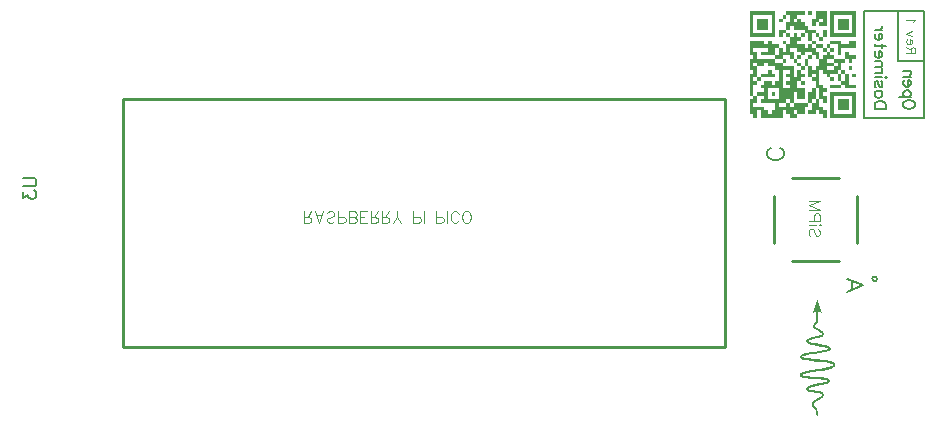
<source format=gbo>
G04 Layer: BottomSilkscreenLayer*
G04 EasyEDA v6.5.44, 2024-07-23 11:26:01*
G04 fa6d6c6f67624019b56d640f781358e2,6e2a8d9c20784516b523f05fecaed983,10*
G04 Gerber Generator version 0.2*
G04 Scale: 100 percent, Rotated: No, Reflected: No *
G04 Dimensions in millimeters *
G04 leading zeros omitted , absolute positions ,4 integer and 5 decimal *
%FSLAX45Y45*%
%MOMM*%

%ADD10C,0.2032*%
%ADD11C,0.1500*%
%ADD12C,0.1000*%
%ADD13C,0.1524*%
%ADD14C,0.2540*%
%ADD15C,0.2000*%
%ADD16C,0.0194*%

%LPD*%
G36*
X5993079Y-355600D02*
G01*
X5993079Y-541578D01*
X6024321Y-541578D01*
X6024321Y-386892D01*
X6178804Y-386638D01*
X6179261Y-387807D01*
X6179058Y-541578D01*
X5993079Y-541578D01*
X5993079Y-572820D01*
X6210300Y-572820D01*
X6210300Y-355600D01*
G37*
G36*
X5868924Y-355600D02*
G01*
X5868670Y-417423D01*
X5837885Y-417677D01*
X5837885Y-448462D01*
X5900216Y-448462D01*
X5900216Y-417880D01*
X5930544Y-417626D01*
X5931001Y-418846D01*
X5930747Y-448462D01*
X5837885Y-448462D01*
X5837885Y-479755D01*
X5868924Y-479755D01*
X5869178Y-448919D01*
X5899708Y-448919D01*
X5899962Y-479755D01*
X5962040Y-479755D01*
X5962040Y-355600D01*
G37*
G36*
X5806846Y-355600D02*
G01*
X5806846Y-386638D01*
X5837885Y-386638D01*
X5837885Y-355600D01*
G37*
G36*
X5620664Y-355600D02*
G01*
X5620410Y-386384D01*
X5589625Y-386638D01*
X5589371Y-417423D01*
X5558586Y-417677D01*
X5558586Y-448716D01*
X5589625Y-448716D01*
X5589828Y-417880D01*
X5620613Y-417626D01*
X5620867Y-386892D01*
X5651449Y-386892D01*
X5651449Y-448462D01*
X5682945Y-448462D01*
X5682945Y-417880D01*
X5713323Y-417626D01*
X5713780Y-418846D01*
X5713526Y-448462D01*
X5651449Y-448462D01*
X5620664Y-448716D01*
X5620410Y-510540D01*
X5558586Y-510793D01*
X5558586Y-541578D01*
X5620867Y-541578D01*
X5620867Y-510997D01*
X5651652Y-510743D01*
X5651906Y-479958D01*
X5682081Y-479704D01*
X5682742Y-480364D01*
X5682742Y-510793D01*
X5775604Y-510997D01*
X5775604Y-541578D01*
X5744819Y-541832D01*
X5744565Y-572617D01*
X5713984Y-572617D01*
X5713730Y-541782D01*
X5682742Y-541782D01*
X5682488Y-572617D01*
X5651906Y-572617D01*
X5651652Y-541832D01*
X5620867Y-541578D01*
X5558586Y-541578D01*
X5558586Y-572820D01*
X5589625Y-572820D01*
X5589828Y-542036D01*
X5620410Y-542036D01*
X5620664Y-572820D01*
X5651449Y-573074D01*
X5651449Y-634695D01*
X5713984Y-634695D01*
X5713984Y-604113D01*
X5744768Y-603859D01*
X5745022Y-573074D01*
X5775807Y-572820D01*
X5776061Y-542036D01*
X5806236Y-541782D01*
X5806846Y-542442D01*
X5806846Y-603859D01*
X5837682Y-604113D01*
X5837682Y-634695D01*
X5806846Y-634949D01*
X5806592Y-665683D01*
X5838139Y-665683D01*
X5838139Y-635152D01*
X5868466Y-634898D01*
X5868924Y-636117D01*
X5868670Y-665683D01*
X5776061Y-665683D01*
X5775807Y-634898D01*
X5620867Y-634695D01*
X5620613Y-603859D01*
X5589625Y-603859D01*
X5589625Y-634898D01*
X5620410Y-635152D01*
X5620410Y-696772D01*
X5651906Y-696772D01*
X5651906Y-666191D01*
X5713120Y-665937D01*
X5713780Y-666597D01*
X5713780Y-696772D01*
X5869178Y-696772D01*
X5869178Y-666191D01*
X5930341Y-665937D01*
X5931001Y-666597D01*
X5931001Y-696772D01*
X5962243Y-696772D01*
X5962243Y-666191D01*
X5992622Y-665937D01*
X5993079Y-667105D01*
X5992825Y-696772D01*
X5931001Y-696772D01*
X5931001Y-696976D01*
X5961786Y-697230D01*
X5961786Y-727811D01*
X5931001Y-728014D01*
X5930747Y-758799D01*
X5900216Y-758799D01*
X5899962Y-696976D01*
X5869178Y-696772D01*
X5713780Y-696772D01*
X5713780Y-696976D01*
X5744565Y-697230D01*
X5744565Y-727811D01*
X5713780Y-728014D01*
X5713526Y-758799D01*
X5682945Y-758799D01*
X5682691Y-696976D01*
X5589828Y-696772D01*
X5589625Y-665937D01*
X5558790Y-665683D01*
X5558586Y-634898D01*
X5496763Y-634695D01*
X5496509Y-603859D01*
X5465470Y-603859D01*
X5465267Y-634695D01*
X5434685Y-634695D01*
X5434431Y-603859D01*
X5310327Y-603859D01*
X5310327Y-696772D01*
X5341569Y-696772D01*
X5341569Y-666191D01*
X5465013Y-665937D01*
X5465470Y-667105D01*
X5465267Y-696772D01*
X5403392Y-696976D01*
X5403392Y-727811D01*
X5527751Y-727811D01*
X5527751Y-666191D01*
X5558129Y-665937D01*
X5558586Y-667105D01*
X5558332Y-727811D01*
X5403392Y-727811D01*
X5403392Y-728014D01*
X5527294Y-728268D01*
X5527294Y-758799D01*
X5372608Y-758799D01*
X5372354Y-696976D01*
X5310327Y-696772D01*
X5310327Y-728014D01*
X5341112Y-728268D01*
X5341112Y-758799D01*
X5310327Y-759053D01*
X5310327Y-789838D01*
X5527751Y-789838D01*
X5527751Y-759307D01*
X5589168Y-759053D01*
X5589625Y-760222D01*
X5589371Y-789838D01*
X5310327Y-789838D01*
X5310327Y-820877D01*
X5341569Y-820877D01*
X5341569Y-790295D01*
X5371947Y-790092D01*
X5372404Y-791260D01*
X5372150Y-820877D01*
X5310327Y-820877D01*
X5310327Y-852119D01*
X5341112Y-852373D01*
X5341112Y-882954D01*
X5310327Y-883208D01*
X5310327Y-945032D01*
X5341569Y-945032D01*
X5341569Y-914450D01*
X5371947Y-914196D01*
X5372404Y-915416D01*
X5372150Y-945032D01*
X5310327Y-945032D01*
X5310327Y-1069187D01*
X5341569Y-1069187D01*
X5341569Y-976528D01*
X5372354Y-976274D01*
X5372608Y-945489D01*
X5403392Y-945235D01*
X5403646Y-914450D01*
X5527548Y-914196D01*
X5527548Y-883208D01*
X5496763Y-882954D01*
X5496509Y-852169D01*
X5465470Y-852169D01*
X5465267Y-882954D01*
X5403443Y-883208D01*
X5403189Y-913993D01*
X5372608Y-913993D01*
X5372608Y-821334D01*
X5434431Y-821131D01*
X5434685Y-790295D01*
X5464860Y-790092D01*
X5465470Y-790702D01*
X5465470Y-820877D01*
X5589828Y-820877D01*
X5589828Y-790295D01*
X5620664Y-790092D01*
X5620664Y-759053D01*
X5589828Y-758799D01*
X5589828Y-728268D01*
X5651042Y-728014D01*
X5651703Y-728624D01*
X5651703Y-759053D01*
X5682488Y-759307D01*
X5682739Y-789838D01*
X5713984Y-789838D01*
X5713984Y-759307D01*
X5744768Y-759053D01*
X5745022Y-728268D01*
X5775807Y-728014D01*
X5776061Y-697230D01*
X5837428Y-696976D01*
X5837885Y-698144D01*
X5837682Y-727811D01*
X5806846Y-728014D01*
X5806592Y-758799D01*
X5775807Y-759053D01*
X5775604Y-820877D01*
X5807100Y-820877D01*
X5807100Y-759307D01*
X5837885Y-759053D01*
X5838139Y-728268D01*
X5868263Y-728014D01*
X5868924Y-728624D01*
X5868924Y-759053D01*
X5899708Y-759307D01*
X5899708Y-789838D01*
X5962243Y-789838D01*
X5962243Y-759307D01*
X6023660Y-759053D01*
X6024118Y-760222D01*
X6023864Y-789838D01*
X5899708Y-789838D01*
X5899708Y-820877D01*
X6024321Y-820877D01*
X6024321Y-790295D01*
X6054699Y-790092D01*
X6055156Y-791260D01*
X6054902Y-820877D01*
X5899708Y-820877D01*
X5868924Y-821131D01*
X5868670Y-851916D01*
X5962243Y-851916D01*
X5962243Y-821334D01*
X6023660Y-821131D01*
X6024118Y-822299D01*
X6023864Y-851916D01*
X5838139Y-851916D01*
X5837885Y-821131D01*
X5807100Y-820877D01*
X5745022Y-820877D01*
X5744768Y-790092D01*
X5713984Y-789838D01*
X5682739Y-789838D01*
X5682742Y-790092D01*
X5713526Y-790295D01*
X5713780Y-821131D01*
X5744565Y-821334D01*
X5744565Y-851916D01*
X5713780Y-852169D01*
X5713526Y-913993D01*
X5682945Y-913993D01*
X5682742Y-821131D01*
X5589828Y-820877D01*
X5465470Y-820877D01*
X5465470Y-821131D01*
X5527294Y-821334D01*
X5527548Y-852119D01*
X5558332Y-852373D01*
X5558332Y-945032D01*
X5527548Y-945286D01*
X5527294Y-976071D01*
X5496763Y-976071D01*
X5496509Y-945235D01*
X5434431Y-945235D01*
X5434228Y-976071D01*
X5403392Y-976325D01*
X5403392Y-1007110D01*
X5589828Y-1007110D01*
X5589828Y-852373D01*
X5651246Y-852169D01*
X5651703Y-853338D01*
X5651449Y-882954D01*
X5620664Y-883208D01*
X5620664Y-914196D01*
X5651449Y-914450D01*
X5651449Y-945032D01*
X5620664Y-945286D01*
X5620664Y-976274D01*
X5651449Y-976528D01*
X5651449Y-1007110D01*
X5403392Y-1007110D01*
X5403392Y-1007313D01*
X5434228Y-1007567D01*
X5434228Y-1038148D01*
X5372404Y-1038352D01*
X5372150Y-1069187D01*
X5310327Y-1069187D01*
X5310327Y-1069390D01*
X5341112Y-1069644D01*
X5341112Y-1100175D01*
X5310327Y-1100429D01*
X5310327Y-1162253D01*
X5341569Y-1162253D01*
X5341569Y-1131671D01*
X5372354Y-1131468D01*
X5372608Y-1069644D01*
X5433974Y-1069390D01*
X5434431Y-1070610D01*
X5434228Y-1100175D01*
X5465724Y-1100175D01*
X5465724Y-1007567D01*
X5558129Y-1007313D01*
X5558586Y-1008481D01*
X5558332Y-1100175D01*
X5434228Y-1100175D01*
X5403392Y-1100429D01*
X5403392Y-1131214D01*
X5620867Y-1131214D01*
X5620867Y-1100683D01*
X5651246Y-1100429D01*
X5651703Y-1101598D01*
X5651449Y-1131214D01*
X5682945Y-1131214D01*
X5682945Y-1038606D01*
X5713526Y-1038606D01*
X5713780Y-1100429D01*
X5775807Y-1100429D01*
X5775807Y-1007313D01*
X5713984Y-1007110D01*
X5713984Y-945489D01*
X5744565Y-945489D01*
X5744819Y-976274D01*
X5775807Y-976274D01*
X5775807Y-945286D01*
X5745022Y-945032D01*
X5745022Y-914450D01*
X5775807Y-914196D01*
X5775807Y-883208D01*
X5745022Y-882954D01*
X5745022Y-852373D01*
X5775807Y-852119D01*
X5776061Y-821334D01*
X5806236Y-821131D01*
X5806846Y-821740D01*
X5806846Y-913993D01*
X5838139Y-913993D01*
X5838139Y-883412D01*
X5868466Y-883158D01*
X5868924Y-884377D01*
X5868670Y-913993D01*
X5806846Y-913993D01*
X5806846Y-914196D01*
X5837682Y-914450D01*
X5837885Y-945235D01*
X5868670Y-945489D01*
X5868670Y-1007110D01*
X5837885Y-1007313D01*
X5837682Y-1038148D01*
X5806846Y-1038352D01*
X5806694Y-1100175D01*
X5869178Y-1100175D01*
X5869178Y-1007567D01*
X5899505Y-1007313D01*
X5899962Y-1008481D01*
X5899708Y-1100175D01*
X5806694Y-1100175D01*
X5806592Y-1131214D01*
X5838139Y-1131214D01*
X5838139Y-1100683D01*
X5868466Y-1100429D01*
X5868924Y-1101598D01*
X5868670Y-1131214D01*
X5403392Y-1131214D01*
X5403392Y-1131468D01*
X5527294Y-1131671D01*
X5527294Y-1162253D01*
X5558790Y-1162253D01*
X5558790Y-1131671D01*
X5620207Y-1131468D01*
X5620664Y-1132636D01*
X5620410Y-1162253D01*
X5651906Y-1162253D01*
X5651906Y-1131671D01*
X5682284Y-1131468D01*
X5682742Y-1132636D01*
X5682488Y-1162253D01*
X5527294Y-1162253D01*
X5527294Y-1193292D01*
X5496509Y-1193546D01*
X5496255Y-1224330D01*
X5465724Y-1224330D01*
X5465470Y-1193546D01*
X5434685Y-1193292D01*
X5434431Y-1162507D01*
X5310327Y-1162253D01*
X5310327Y-1224534D01*
X5341112Y-1224788D01*
X5341366Y-1255623D01*
X5372354Y-1255623D01*
X5372608Y-1193749D01*
X5403189Y-1193749D01*
X5403443Y-1255623D01*
X5589625Y-1255623D01*
X5589828Y-1193749D01*
X5620410Y-1193749D01*
X5620663Y-1224330D01*
X5682945Y-1224330D01*
X5682945Y-1193749D01*
X5713323Y-1193546D01*
X5713780Y-1194714D01*
X5713526Y-1224330D01*
X5620663Y-1224330D01*
X5620664Y-1224534D01*
X5651449Y-1224788D01*
X5651703Y-1255623D01*
X5713730Y-1255623D01*
X5713984Y-1224788D01*
X5775807Y-1224534D01*
X5776061Y-1162761D01*
X5806846Y-1162507D01*
X5807100Y-1131671D01*
X5837682Y-1131671D01*
X5837682Y-1193292D01*
X5806846Y-1193546D01*
X5806846Y-1224584D01*
X5868924Y-1224584D01*
X5869178Y-1193749D01*
X5899708Y-1193749D01*
X5899962Y-1224534D01*
X5930747Y-1224788D01*
X5931001Y-1255623D01*
X5962040Y-1255623D01*
X5962040Y-1193546D01*
X5931204Y-1193292D01*
X5931001Y-1162507D01*
X5900216Y-1162253D01*
X5900216Y-1100683D01*
X5930747Y-1100683D01*
X5931001Y-1131468D01*
X5962040Y-1131468D01*
X5962040Y-1069390D01*
X5931204Y-1069187D01*
X5931204Y-1038606D01*
X5962040Y-1038352D01*
X5962040Y-1007313D01*
X5931204Y-1007110D01*
X5931001Y-976325D01*
X5900216Y-976071D01*
X5900216Y-852373D01*
X5930747Y-852373D01*
X5931000Y-882954D01*
X6055360Y-882954D01*
X6055360Y-852373D01*
X6085738Y-852119D01*
X6086195Y-853338D01*
X6085941Y-882954D01*
X5931000Y-882954D01*
X5931001Y-883158D01*
X5961786Y-883412D01*
X5962040Y-914196D01*
X5992825Y-914450D01*
X5993079Y-945235D01*
X6024118Y-945235D01*
X6024118Y-914247D01*
X5993282Y-913993D01*
X5993282Y-883412D01*
X6054902Y-883412D01*
X6055155Y-945032D01*
X6086398Y-945032D01*
X6086398Y-883412D01*
X6116777Y-883158D01*
X6117234Y-884377D01*
X6116980Y-945032D01*
X6055155Y-945032D01*
X6055156Y-945235D01*
X6085941Y-945489D01*
X6085941Y-976071D01*
X5993079Y-976274D01*
X5993079Y-1007313D01*
X6086144Y-1007313D01*
X6086398Y-976528D01*
X6116980Y-976528D01*
X6117234Y-1007313D01*
X6210300Y-1007313D01*
X6210300Y-976274D01*
X6148476Y-976071D01*
X6148222Y-883208D01*
X6117437Y-882954D01*
X6117183Y-852169D01*
X6086398Y-851916D01*
X6086398Y-790295D01*
X6117183Y-790092D01*
X6117437Y-759307D01*
X6148019Y-759307D01*
X6148222Y-790092D01*
X6179261Y-790092D01*
X6179515Y-759307D01*
X6210300Y-759053D01*
X6210300Y-728014D01*
X6148476Y-727811D01*
X6148222Y-696976D01*
X6117234Y-696976D01*
X6116980Y-758799D01*
X6024321Y-758799D01*
X6024067Y-728014D01*
X5993282Y-727811D01*
X5993282Y-697230D01*
X6024118Y-696976D01*
X6024118Y-665937D01*
X5993282Y-665683D01*
X5993282Y-635152D01*
X6054902Y-635152D01*
X6055156Y-728014D01*
X6086144Y-728014D01*
X6086398Y-666191D01*
X6210300Y-665937D01*
X6210300Y-603859D01*
X6148222Y-603859D01*
X6148019Y-634695D01*
X6086398Y-634695D01*
X6086144Y-603859D01*
X5993079Y-603859D01*
X5992825Y-634695D01*
X5962040Y-634949D01*
X5961786Y-665683D01*
X5931204Y-665683D01*
X5931001Y-634898D01*
X5869178Y-634695D01*
X5868924Y-603910D01*
X5838139Y-603656D01*
X5838139Y-542036D01*
X5868670Y-542036D01*
X5868924Y-572820D01*
X5899708Y-573074D01*
X5899962Y-603859D01*
X5931001Y-603859D01*
X5931204Y-573074D01*
X5962040Y-572820D01*
X5962040Y-510793D01*
X5931001Y-510793D01*
X5930747Y-572617D01*
X5900216Y-572617D01*
X5899962Y-541832D01*
X5869178Y-541578D01*
X5868924Y-510793D01*
X5807100Y-510540D01*
X5806846Y-479755D01*
X5776061Y-479501D01*
X5775807Y-448716D01*
X5745022Y-448462D01*
X5744768Y-417677D01*
X5713984Y-417423D01*
X5713984Y-386892D01*
X5775807Y-386638D01*
X5775807Y-355600D01*
G37*
G36*
X5310327Y-355600D02*
G01*
X5310327Y-541578D01*
X5341569Y-541578D01*
X5341569Y-386892D01*
X5496052Y-386638D01*
X5496509Y-387807D01*
X5496255Y-541578D01*
X5310327Y-541578D01*
X5310327Y-572820D01*
X5527548Y-572820D01*
X5527548Y-355600D01*
G37*
G36*
X6055156Y-417677D02*
G01*
X6055156Y-510793D01*
X6148222Y-510793D01*
X6148222Y-417677D01*
G37*
G36*
X5372354Y-417677D02*
G01*
X5372354Y-510793D01*
X5465470Y-510793D01*
X5465470Y-417677D01*
G37*
G36*
X6148222Y-821131D02*
G01*
X6148222Y-852169D01*
X6179261Y-852169D01*
X6179261Y-821131D01*
G37*
G36*
X6179261Y-883208D02*
G01*
X6179261Y-914196D01*
X6210300Y-914196D01*
X6210300Y-883208D01*
G37*
G36*
X5993079Y-1038352D02*
G01*
X5993079Y-1224330D01*
X6024321Y-1224330D01*
X6024321Y-1069644D01*
X6178804Y-1069390D01*
X6179261Y-1070559D01*
X6179058Y-1224330D01*
X5993079Y-1224330D01*
X5993079Y-1255623D01*
X6210300Y-1255623D01*
X6210300Y-1038352D01*
G37*
G36*
X5496509Y-1038352D02*
G01*
X5496509Y-1069390D01*
X5527548Y-1069390D01*
X5527548Y-1038352D01*
G37*
G36*
X6055156Y-1100429D02*
G01*
X6055156Y-1193546D01*
X6148222Y-1193546D01*
X6148222Y-1100429D01*
G37*
G36*
X5883148Y-2780588D02*
G01*
X5875324Y-2805938D01*
X5845708Y-2907080D01*
X5854192Y-2900984D01*
X5860288Y-2897632D01*
X5866892Y-2895092D01*
X5875070Y-2892958D01*
X5874918Y-2972612D01*
X5873242Y-2977032D01*
X5867908Y-2983534D01*
X5856071Y-2995269D01*
X5850788Y-3002330D01*
X5847689Y-3009239D01*
X5846216Y-3016961D01*
X5845911Y-3020110D01*
X5846521Y-3025851D01*
X5848908Y-3031845D01*
X5852718Y-3037027D01*
X5855106Y-3039719D01*
X5858002Y-3042361D01*
X5861608Y-3045104D01*
X5866028Y-3048101D01*
X5878322Y-3055366D01*
X5895238Y-3064764D01*
X5908548Y-3072993D01*
X5913374Y-3076448D01*
X5916980Y-3079496D01*
X5919571Y-3082239D01*
X5921044Y-3084626D01*
X5921502Y-3087471D01*
X5920232Y-3088640D01*
X5914644Y-3092348D01*
X5906160Y-3095802D01*
X5898337Y-3098444D01*
X5888126Y-3101289D01*
X5836970Y-3113786D01*
X5825083Y-3117138D01*
X5816193Y-3120237D01*
X5808116Y-3123539D01*
X5799023Y-3129026D01*
X5796127Y-3131820D01*
X5791555Y-3137509D01*
X5790438Y-3140354D01*
X5789168Y-3145434D01*
X5789168Y-3150870D01*
X5790742Y-3156051D01*
X5792114Y-3158693D01*
X5793943Y-3161233D01*
X5796280Y-3163570D01*
X5799175Y-3165805D01*
X5802731Y-3167938D01*
X5807049Y-3169970D01*
X5812129Y-3171952D01*
X5818073Y-3173933D01*
X5832754Y-3177895D01*
X5851753Y-3182061D01*
X5875477Y-3186633D01*
X5918454Y-3194354D01*
X5933694Y-3197301D01*
X5946038Y-3199942D01*
X5955944Y-3202330D01*
X5963716Y-3204565D01*
X5969762Y-3206699D01*
X5974486Y-3208934D01*
X5978093Y-3211118D01*
X5975146Y-3212846D01*
X5969609Y-3215182D01*
X5961989Y-3217570D01*
X5951982Y-3220059D01*
X5939383Y-3222701D01*
X5905144Y-3228594D01*
X5850331Y-3236874D01*
X5817463Y-3242106D01*
X5792927Y-3246526D01*
X5774791Y-3250641D01*
X5767527Y-3252673D01*
X5761126Y-3254756D01*
X5750864Y-3258820D01*
X5744870Y-3262426D01*
X5742482Y-3264204D01*
X5740400Y-3266084D01*
X5736793Y-3270351D01*
X5734812Y-3275126D01*
X5734100Y-3279901D01*
X5734761Y-3284778D01*
X5736336Y-3288690D01*
X5738672Y-3291687D01*
X5740552Y-3293618D01*
X5743346Y-3296005D01*
X5749696Y-3299256D01*
X5756402Y-3301847D01*
X5764784Y-3304235D01*
X5775147Y-3306521D01*
X5787796Y-3308756D01*
X5802985Y-3310940D01*
X5821121Y-3313176D01*
X5898184Y-3321100D01*
X5923178Y-3323844D01*
X5941060Y-3326129D01*
X5957011Y-3328517D01*
X5970981Y-3330956D01*
X5983071Y-3333546D01*
X5993384Y-3336239D01*
X6001918Y-3339033D01*
X6008776Y-3342030D01*
X6014669Y-3345434D01*
X6017260Y-3348278D01*
X6015583Y-3350768D01*
X6013043Y-3352800D01*
X6009538Y-3355035D01*
X6005118Y-3357321D01*
X5999988Y-3359607D01*
X5994095Y-3361893D01*
X5980887Y-3366160D01*
X5966358Y-3369970D01*
X5949899Y-3373628D01*
X5929325Y-3377539D01*
X5902553Y-3382111D01*
X5822289Y-3395218D01*
X5804408Y-3398418D01*
X5789371Y-3401415D01*
X5776823Y-3404260D01*
X5766511Y-3407003D01*
X5758078Y-3409696D01*
X5751220Y-3412439D01*
X5745784Y-3415334D01*
X5738876Y-3420364D01*
X5735066Y-3425240D01*
X5733237Y-3430270D01*
X5732881Y-3436010D01*
X5734151Y-3441192D01*
X5736386Y-3445154D01*
X5738012Y-3447237D01*
X5739993Y-3449218D01*
X5742279Y-3451098D01*
X5745022Y-3452774D01*
X5748223Y-3454400D01*
X5756097Y-3457295D01*
X5766308Y-3459784D01*
X5779160Y-3462020D01*
X5795010Y-3464001D01*
X5814212Y-3465829D01*
X5837072Y-3467557D01*
X5887821Y-3470808D01*
X5907786Y-3472281D01*
X5924397Y-3473754D01*
X5937910Y-3475278D01*
X5948781Y-3476904D01*
X5957366Y-3478733D01*
X5964021Y-3480714D01*
X5970727Y-3483813D01*
X5970625Y-3484270D01*
X5969762Y-3485438D01*
X5967679Y-3486810D01*
X5964529Y-3488283D01*
X5954877Y-3491687D01*
X5941060Y-3495598D01*
X5923330Y-3499865D01*
X5901944Y-3504539D01*
X5856173Y-3513937D01*
X5838850Y-3518001D01*
X5825083Y-3521710D01*
X5814364Y-3525316D01*
X5809996Y-3527094D01*
X5806186Y-3528923D01*
X5802884Y-3530803D01*
X5800039Y-3532784D01*
X5797550Y-3534816D01*
X5793486Y-3539286D01*
X5791657Y-3541776D01*
X5789777Y-3546500D01*
X5789066Y-3551021D01*
X5789371Y-3557015D01*
X5791504Y-3562604D01*
X5793943Y-3566464D01*
X5798261Y-3570274D01*
X5800902Y-3572103D01*
X5803849Y-3573729D01*
X5807202Y-3575202D01*
X5815634Y-3577793D01*
X5826861Y-3579977D01*
X5841644Y-3581958D01*
X5874258Y-3585362D01*
X5885586Y-3586784D01*
X5894984Y-3588207D01*
X5902655Y-3589680D01*
X5908802Y-3591306D01*
X5913577Y-3593084D01*
X5917184Y-3595115D01*
X5919825Y-3597351D01*
X5920892Y-3598519D01*
X5920892Y-3601872D01*
X5919266Y-3606088D01*
X5914694Y-3611778D01*
X5906820Y-3617925D01*
X5901080Y-3621633D01*
X5869686Y-3638296D01*
X5860694Y-3643376D01*
X5853430Y-3647897D01*
X5847740Y-3652113D01*
X5843270Y-3656177D01*
X5839917Y-3660241D01*
X5837377Y-3664559D01*
X5834430Y-3672078D01*
X5833719Y-3677716D01*
X5834075Y-3685590D01*
X5834684Y-3688384D01*
X5836513Y-3694226D01*
X5839358Y-3699611D01*
X5843422Y-3704793D01*
X5858662Y-3719169D01*
X5863793Y-3725824D01*
X5867654Y-3733444D01*
X5869432Y-3737965D01*
X5871006Y-3742893D01*
X5872276Y-3748227D01*
X5873292Y-3753967D01*
X5874105Y-3760165D01*
X5874664Y-3766820D01*
X5875172Y-3780586D01*
X5890869Y-3780586D01*
X5890717Y-3773322D01*
X5889955Y-3760978D01*
X5888431Y-3749446D01*
X5886246Y-3738778D01*
X5883351Y-3729126D01*
X5879846Y-3720642D01*
X5875832Y-3713327D01*
X5869432Y-3705148D01*
X5854192Y-3690721D01*
X5851499Y-3687724D01*
X5849924Y-3684066D01*
X5849264Y-3679037D01*
X5850077Y-3676091D01*
X5851042Y-3673906D01*
X5853836Y-3670757D01*
X5856325Y-3668420D01*
X5860338Y-3665118D01*
X5871870Y-3658057D01*
X5894527Y-3646373D01*
X5907887Y-3639058D01*
X5912815Y-3636010D01*
X5916930Y-3633165D01*
X5920384Y-3630422D01*
X5923534Y-3627577D01*
X5928868Y-3621887D01*
X5932728Y-3615893D01*
X5935472Y-3609086D01*
X5936437Y-3604615D01*
X5936742Y-3597503D01*
X5935776Y-3592423D01*
X5933592Y-3586987D01*
X5928664Y-3580993D01*
X5923534Y-3577437D01*
X5917438Y-3574338D01*
X5913882Y-3572967D01*
X5905449Y-3570579D01*
X5894781Y-3568547D01*
X5881217Y-3566668D01*
X5841390Y-3562400D01*
X5824524Y-3559962D01*
X5818225Y-3558692D01*
X5813145Y-3557371D01*
X5809335Y-3556050D01*
X5806643Y-3554679D01*
X5805170Y-3553663D01*
X5804611Y-3551834D01*
X5805068Y-3550970D01*
X5806287Y-3549599D01*
X5808472Y-3548075D01*
X5811570Y-3546500D01*
X5820765Y-3543046D01*
X5833719Y-3539236D01*
X5850432Y-3535019D01*
X5870905Y-3530549D01*
X5916320Y-3521252D01*
X5931966Y-3517798D01*
X5943600Y-3514953D01*
X5952540Y-3512362D01*
X5960059Y-3509670D01*
X5968695Y-3506165D01*
X5975604Y-3501999D01*
X5978144Y-3500120D01*
X5980328Y-3498138D01*
X5984290Y-3493465D01*
X5986373Y-3488080D01*
X5987084Y-3485083D01*
X5986780Y-3479546D01*
X5986424Y-3477564D01*
X5984595Y-3473246D01*
X5981649Y-3469741D01*
X5977788Y-3466541D01*
X5972708Y-3463696D01*
X5966104Y-3461258D01*
X5957722Y-3459073D01*
X5947206Y-3457143D01*
X5934354Y-3455415D01*
X5918758Y-3453790D01*
X5878372Y-3450742D01*
X5834938Y-3447999D01*
X5803239Y-3445459D01*
X5790946Y-3444189D01*
X5780684Y-3442817D01*
X5772150Y-3441395D01*
X5765038Y-3439769D01*
X5759043Y-3437991D01*
X5753912Y-3436010D01*
X5750864Y-3434486D01*
X5750763Y-3434079D01*
X5752947Y-3432657D01*
X5757519Y-3430371D01*
X5763056Y-3428136D01*
X5769813Y-3425951D01*
X5778042Y-3423716D01*
X5787847Y-3421430D01*
X5799531Y-3418992D01*
X5829350Y-3413556D01*
X5911342Y-3400196D01*
X5928969Y-3397148D01*
X5958281Y-3391458D01*
X5970270Y-3388817D01*
X5980684Y-3386226D01*
X5989777Y-3383635D01*
X5997651Y-3381044D01*
X6004509Y-3378403D01*
X6010554Y-3375609D01*
X6019698Y-3370529D01*
X6025540Y-3365703D01*
X6030163Y-3359607D01*
X6032296Y-3353765D01*
X6032754Y-3350869D01*
X6032855Y-3346653D01*
X6032347Y-3342640D01*
X6030061Y-3337001D01*
X6025438Y-3331210D01*
X6021019Y-3327806D01*
X6016040Y-3324707D01*
X6010046Y-3321812D01*
X6002985Y-3319119D01*
X5994654Y-3316579D01*
X5985002Y-3314141D01*
X5973775Y-3311855D01*
X5960922Y-3309620D01*
X5946241Y-3307435D01*
X5929680Y-3305251D01*
X5890056Y-3300831D01*
X5845251Y-3296310D01*
X5813602Y-3292805D01*
X5792266Y-3289960D01*
X5776417Y-3287115D01*
X5766257Y-3284728D01*
X5760262Y-3283000D01*
X5755386Y-3281273D01*
X5751982Y-3279495D01*
X5756198Y-3277158D01*
X5761380Y-3274872D01*
X5767628Y-3272637D01*
X5775045Y-3270402D01*
X5783935Y-3268217D01*
X5794400Y-3265932D01*
X5820816Y-3261106D01*
X5855614Y-3255619D01*
X5900521Y-3248914D01*
X5935472Y-3243072D01*
X5948781Y-3240430D01*
X5959703Y-3237992D01*
X5968644Y-3235553D01*
X5975807Y-3233064D01*
X5981547Y-3230524D01*
X5986170Y-3227832D01*
X5990488Y-3224580D01*
X5993638Y-3220770D01*
X5995568Y-3216148D01*
X5996076Y-3211779D01*
X5995619Y-3206953D01*
X5993739Y-3202228D01*
X5990742Y-3198215D01*
X5986322Y-3194558D01*
X5983833Y-3192830D01*
X5977991Y-3189732D01*
X5970524Y-3186734D01*
X5960821Y-3183788D01*
X5948324Y-3180740D01*
X5932525Y-3177438D01*
X5912916Y-3173679D01*
X5868974Y-3165856D01*
X5852871Y-3162757D01*
X5840018Y-3160014D01*
X5829808Y-3157524D01*
X5821527Y-3155035D01*
X5810554Y-3150819D01*
X5805373Y-3147618D01*
X5805373Y-3146298D01*
X5808878Y-3143808D01*
X5814110Y-3141218D01*
X5821629Y-3138424D01*
X5831738Y-3135274D01*
X5844641Y-3131769D01*
X5878626Y-3123488D01*
X5893409Y-3119678D01*
X5905042Y-3116326D01*
X5914034Y-3113176D01*
X5920994Y-3109976D01*
X5926480Y-3106572D01*
X5931255Y-3102762D01*
X5934405Y-3098393D01*
X5935472Y-3096412D01*
X5936284Y-3094329D01*
X5937300Y-3089960D01*
X5937300Y-3084169D01*
X5935776Y-3078327D01*
X5932525Y-3071723D01*
X5929934Y-3068015D01*
X5926632Y-3064357D01*
X5922518Y-3060700D01*
X5917387Y-3056839D01*
X5911037Y-3052673D01*
X5880709Y-3035300D01*
X5868060Y-3027375D01*
X5863691Y-3023717D01*
X5861710Y-3021126D01*
X5861710Y-3018586D01*
X5862980Y-3014421D01*
X5865418Y-3010611D01*
X5880404Y-2995777D01*
X5885180Y-2989173D01*
X5887212Y-2985414D01*
X5888786Y-2981452D01*
X5890717Y-2974136D01*
X5890869Y-2893009D01*
X5899200Y-2894888D01*
X5907379Y-2898241D01*
X5916168Y-2903829D01*
X5920536Y-2907030D01*
G37*
D10*
X5565571Y-1510639D02*
G01*
X5579209Y-1517459D01*
X5592846Y-1531094D01*
X5599663Y-1544731D01*
X5599663Y-1572003D01*
X5592846Y-1585640D01*
X5579209Y-1599275D01*
X5565571Y-1606095D01*
X5545117Y-1612912D01*
X5511027Y-1612912D01*
X5490573Y-1606095D01*
X5476935Y-1599275D01*
X5463301Y-1585640D01*
X5456481Y-1572003D01*
X5456481Y-1544731D01*
X5463301Y-1531094D01*
X5476935Y-1517459D01*
X5490573Y-1510639D01*
X6272763Y-2675963D02*
G01*
X6129581Y-2730510D01*
X6272763Y-2675963D02*
G01*
X6129581Y-2621419D01*
X6177307Y-2710055D02*
G01*
X6177307Y-2641874D01*
D11*
X6704909Y-1153828D02*
G01*
X6700362Y-1162918D01*
X6691271Y-1172009D01*
X6682181Y-1176553D01*
X6668546Y-1181100D01*
X6645818Y-1181100D01*
X6632181Y-1176553D01*
X6623090Y-1172009D01*
X6613999Y-1162918D01*
X6609453Y-1153828D01*
X6609453Y-1135646D01*
X6613999Y-1126553D01*
X6623090Y-1117462D01*
X6632181Y-1112918D01*
X6645818Y-1108372D01*
X6668546Y-1108372D01*
X6682181Y-1112918D01*
X6691271Y-1117462D01*
X6700362Y-1126553D01*
X6704909Y-1135646D01*
X6704909Y-1153828D01*
X6673090Y-1078372D02*
G01*
X6577637Y-1078372D01*
X6659453Y-1078372D02*
G01*
X6668546Y-1069281D01*
X6673090Y-1060190D01*
X6673090Y-1046553D01*
X6668546Y-1037462D01*
X6659453Y-1028372D01*
X6645818Y-1023828D01*
X6636727Y-1023828D01*
X6623090Y-1028372D01*
X6613999Y-1037462D01*
X6609453Y-1046553D01*
X6609453Y-1060190D01*
X6613999Y-1069281D01*
X6623090Y-1078372D01*
X6645818Y-993828D02*
G01*
X6645818Y-939281D01*
X6654909Y-939281D01*
X6663999Y-943828D01*
X6668546Y-948372D01*
X6673090Y-957463D01*
X6673090Y-971100D01*
X6668546Y-980191D01*
X6659453Y-989281D01*
X6645818Y-993828D01*
X6636727Y-993828D01*
X6623090Y-989281D01*
X6613999Y-980191D01*
X6609453Y-971100D01*
X6609453Y-957463D01*
X6613999Y-948372D01*
X6623090Y-939281D01*
X6673090Y-909281D02*
G01*
X6609453Y-909281D01*
X6654909Y-909281D02*
G01*
X6668546Y-895647D01*
X6673090Y-886553D01*
X6673090Y-872919D01*
X6668546Y-863828D01*
X6654909Y-859281D01*
X6609453Y-859281D01*
X6463609Y-1181100D02*
G01*
X6368153Y-1181100D01*
X6463609Y-1181100D02*
G01*
X6463609Y-1149281D01*
X6459062Y-1135646D01*
X6449971Y-1126553D01*
X6440881Y-1122009D01*
X6427246Y-1117462D01*
X6404518Y-1117462D01*
X6390881Y-1122009D01*
X6381790Y-1126553D01*
X6372699Y-1135646D01*
X6368153Y-1149281D01*
X6368153Y-1181100D01*
X6431790Y-1064737D02*
G01*
X6427246Y-1073828D01*
X6418153Y-1082918D01*
X6404518Y-1087462D01*
X6395427Y-1087462D01*
X6381790Y-1082918D01*
X6372699Y-1073828D01*
X6368153Y-1064737D01*
X6368153Y-1051100D01*
X6372699Y-1042009D01*
X6381790Y-1032918D01*
X6395427Y-1028372D01*
X6404518Y-1028372D01*
X6418153Y-1032918D01*
X6427246Y-1042009D01*
X6431790Y-1051100D01*
X6431790Y-1064737D01*
X6418153Y-948372D02*
G01*
X6427246Y-952919D01*
X6431790Y-966553D01*
X6431790Y-980191D01*
X6427246Y-993828D01*
X6418153Y-998372D01*
X6409062Y-993828D01*
X6404518Y-984737D01*
X6399971Y-962009D01*
X6395427Y-952919D01*
X6386337Y-948372D01*
X6381790Y-948372D01*
X6372699Y-952919D01*
X6368153Y-966553D01*
X6368153Y-980191D01*
X6372699Y-993828D01*
X6381790Y-998372D01*
X6463609Y-918372D02*
G01*
X6459062Y-913828D01*
X6463609Y-909281D01*
X6468153Y-913828D01*
X6463609Y-918372D01*
X6431790Y-913828D02*
G01*
X6368153Y-913828D01*
X6431790Y-879281D02*
G01*
X6368153Y-879281D01*
X6413609Y-879281D02*
G01*
X6427246Y-865647D01*
X6431790Y-856554D01*
X6431790Y-842919D01*
X6427246Y-833828D01*
X6413609Y-829282D01*
X6368153Y-829282D01*
X6413609Y-829282D02*
G01*
X6427246Y-815647D01*
X6431790Y-806554D01*
X6431790Y-792919D01*
X6427246Y-783828D01*
X6413609Y-779282D01*
X6368153Y-779282D01*
X6404518Y-749282D02*
G01*
X6404518Y-694738D01*
X6413609Y-694738D01*
X6422699Y-699282D01*
X6427246Y-703828D01*
X6431790Y-712919D01*
X6431790Y-726554D01*
X6427246Y-735647D01*
X6418153Y-744738D01*
X6404518Y-749282D01*
X6395427Y-749282D01*
X6381790Y-744738D01*
X6372699Y-735647D01*
X6368153Y-726554D01*
X6368153Y-712919D01*
X6372699Y-703828D01*
X6381790Y-694738D01*
X6463609Y-651101D02*
G01*
X6386337Y-651101D01*
X6372699Y-646554D01*
X6368153Y-637463D01*
X6368153Y-628373D01*
X6431790Y-664738D02*
G01*
X6431790Y-632919D01*
X6404518Y-598373D02*
G01*
X6404518Y-543829D01*
X6413609Y-543829D01*
X6422699Y-548373D01*
X6427246Y-552919D01*
X6431790Y-562010D01*
X6431790Y-575647D01*
X6427246Y-584738D01*
X6418153Y-593829D01*
X6404518Y-598373D01*
X6395427Y-598373D01*
X6381790Y-593829D01*
X6372699Y-584738D01*
X6368153Y-575647D01*
X6368153Y-562010D01*
X6372699Y-552919D01*
X6381790Y-543829D01*
X6431790Y-513829D02*
G01*
X6368153Y-513829D01*
X6404518Y-513829D02*
G01*
X6418153Y-509282D01*
X6427246Y-500192D01*
X6431790Y-491101D01*
X6431790Y-477464D01*
D12*
X6710126Y-711200D02*
G01*
X6633763Y-711200D01*
X6710126Y-711200D02*
G01*
X6710126Y-678472D01*
X6706491Y-667562D01*
X6702854Y-663928D01*
X6695582Y-660290D01*
X6688310Y-660290D01*
X6681035Y-663928D01*
X6677400Y-667562D01*
X6673763Y-678472D01*
X6673763Y-711200D01*
X6673763Y-685746D02*
G01*
X6633763Y-660290D01*
X6662854Y-636290D02*
G01*
X6662854Y-592655D01*
X6670126Y-592655D01*
X6677400Y-596290D01*
X6681035Y-599927D01*
X6684672Y-607199D01*
X6684672Y-618109D01*
X6681035Y-625381D01*
X6673763Y-632655D01*
X6662854Y-636290D01*
X6655582Y-636290D01*
X6644673Y-632655D01*
X6637400Y-625381D01*
X6633763Y-618109D01*
X6633763Y-607199D01*
X6637400Y-599927D01*
X6644673Y-592655D01*
X6684672Y-568655D02*
G01*
X6633763Y-546836D01*
X6684672Y-525018D02*
G01*
X6633763Y-546836D01*
X6695582Y-445018D02*
G01*
X6699216Y-437746D01*
X6710126Y-426836D01*
X6633763Y-426836D01*
D13*
X-839215Y-1765300D02*
G01*
X-761237Y-1765300D01*
X-745744Y-1770379D01*
X-735329Y-1780794D01*
X-730250Y-1796542D01*
X-730250Y-1806955D01*
X-735329Y-1822450D01*
X-745744Y-1832863D01*
X-761237Y-1837944D01*
X-839215Y-1837944D01*
X-839215Y-1882647D02*
G01*
X-839215Y-1939797D01*
X-797560Y-1908810D01*
X-797560Y-1924304D01*
X-792479Y-1934718D01*
X-787400Y-1939797D01*
X-771652Y-1945131D01*
X-761237Y-1945131D01*
X-745744Y-1939797D01*
X-735329Y-1929384D01*
X-730250Y-1913889D01*
X-730250Y-1898395D01*
X-735329Y-1882647D01*
X-740410Y-1877568D01*
X-750823Y-1872234D01*
D12*
X1533903Y-2145537D02*
G01*
X1533903Y-2050034D01*
X1533903Y-2145537D02*
G01*
X1574797Y-2145537D01*
X1588513Y-2140965D01*
X1593085Y-2136394D01*
X1597657Y-2127504D01*
X1597657Y-2118360D01*
X1593085Y-2109215D01*
X1588513Y-2104644D01*
X1574797Y-2100071D01*
X1533903Y-2100071D01*
X1565653Y-2100071D02*
G01*
X1597657Y-2050034D01*
X1663951Y-2145537D02*
G01*
X1627629Y-2050034D01*
X1663951Y-2145537D02*
G01*
X1700273Y-2050034D01*
X1641091Y-2082037D02*
G01*
X1686557Y-2082037D01*
X1793999Y-2132076D02*
G01*
X1784855Y-2140965D01*
X1771139Y-2145537D01*
X1753105Y-2145537D01*
X1739389Y-2140965D01*
X1730245Y-2132076D01*
X1730245Y-2122931D01*
X1734817Y-2113787D01*
X1739389Y-2109215D01*
X1748533Y-2104644D01*
X1775711Y-2095500D01*
X1784855Y-2091181D01*
X1789427Y-2086610D01*
X1793999Y-2077465D01*
X1793999Y-2063750D01*
X1784855Y-2054605D01*
X1771139Y-2050034D01*
X1753105Y-2050034D01*
X1739389Y-2054605D01*
X1730245Y-2063750D01*
X1823971Y-2145537D02*
G01*
X1823971Y-2050034D01*
X1823971Y-2145537D02*
G01*
X1864865Y-2145537D01*
X1878327Y-2140965D01*
X1882899Y-2136394D01*
X1887471Y-2127504D01*
X1887471Y-2113787D01*
X1882899Y-2104644D01*
X1878327Y-2100071D01*
X1864865Y-2095500D01*
X1823971Y-2095500D01*
X1917443Y-2145537D02*
G01*
X1917443Y-2050034D01*
X1917443Y-2145537D02*
G01*
X1958337Y-2145537D01*
X1972053Y-2140965D01*
X1976625Y-2136394D01*
X1981197Y-2127504D01*
X1981197Y-2118360D01*
X1976625Y-2109215D01*
X1972053Y-2104644D01*
X1958337Y-2100071D01*
X1917443Y-2100071D02*
G01*
X1958337Y-2100071D01*
X1972053Y-2095500D01*
X1976625Y-2091181D01*
X1981197Y-2082037D01*
X1981197Y-2068321D01*
X1976625Y-2059178D01*
X1972053Y-2054605D01*
X1958337Y-2050034D01*
X1917443Y-2050034D01*
X2011169Y-2145537D02*
G01*
X2011169Y-2050034D01*
X2011169Y-2145537D02*
G01*
X2070351Y-2145537D01*
X2011169Y-2100071D02*
G01*
X2047491Y-2100071D01*
X2011169Y-2050034D02*
G01*
X2070351Y-2050034D01*
X2100323Y-2145537D02*
G01*
X2100323Y-2050034D01*
X2100323Y-2145537D02*
G01*
X2141217Y-2145537D01*
X2154933Y-2140965D01*
X2159251Y-2136394D01*
X2163823Y-2127504D01*
X2163823Y-2118360D01*
X2159251Y-2109215D01*
X2154933Y-2104644D01*
X2141217Y-2100071D01*
X2100323Y-2100071D01*
X2132073Y-2100071D02*
G01*
X2163823Y-2050034D01*
X2193795Y-2145537D02*
G01*
X2193795Y-2050034D01*
X2193795Y-2145537D02*
G01*
X2234689Y-2145537D01*
X2248405Y-2140965D01*
X2252977Y-2136394D01*
X2257549Y-2127504D01*
X2257549Y-2118360D01*
X2252977Y-2109215D01*
X2248405Y-2104644D01*
X2234689Y-2100071D01*
X2193795Y-2100071D01*
X2225799Y-2100071D02*
G01*
X2257549Y-2050034D01*
X2287521Y-2145537D02*
G01*
X2323843Y-2100071D01*
X2323843Y-2050034D01*
X2360165Y-2145537D02*
G01*
X2323843Y-2100071D01*
X2460241Y-2145537D02*
G01*
X2460241Y-2050034D01*
X2460241Y-2145537D02*
G01*
X2501135Y-2145537D01*
X2514851Y-2140965D01*
X2519423Y-2136394D01*
X2523995Y-2127504D01*
X2523995Y-2113787D01*
X2519423Y-2104644D01*
X2514851Y-2100071D01*
X2501135Y-2095500D01*
X2460241Y-2095500D01*
X2553967Y-2145537D02*
G01*
X2553967Y-2050034D01*
X2653789Y-2145537D02*
G01*
X2653789Y-2050034D01*
X2653789Y-2145537D02*
G01*
X2694683Y-2145537D01*
X2708399Y-2140965D01*
X2712971Y-2136394D01*
X2717543Y-2127504D01*
X2717543Y-2113787D01*
X2712971Y-2104644D01*
X2708399Y-2100071D01*
X2694683Y-2095500D01*
X2653789Y-2095500D01*
X2747515Y-2145537D02*
G01*
X2747515Y-2050034D01*
X2845813Y-2122931D02*
G01*
X2841241Y-2132076D01*
X2832097Y-2140965D01*
X2822953Y-2145537D01*
X2804919Y-2145537D01*
X2795775Y-2140965D01*
X2786631Y-2132076D01*
X2782059Y-2122931D01*
X2777487Y-2109215D01*
X2777487Y-2086610D01*
X2782059Y-2072894D01*
X2786631Y-2063750D01*
X2795775Y-2054605D01*
X2804919Y-2050034D01*
X2822953Y-2050034D01*
X2832097Y-2054605D01*
X2841241Y-2063750D01*
X2845813Y-2072894D01*
X2902963Y-2145537D02*
G01*
X2893819Y-2140965D01*
X2884929Y-2132076D01*
X2880357Y-2122931D01*
X2875785Y-2109215D01*
X2875785Y-2086610D01*
X2880357Y-2072894D01*
X2884929Y-2063750D01*
X2893819Y-2054605D01*
X2902963Y-2050034D01*
X2921251Y-2050034D01*
X2930141Y-2054605D01*
X2939285Y-2063750D01*
X2943857Y-2072894D01*
X2948429Y-2086610D01*
X2948429Y-2109215D01*
X2943857Y-2122931D01*
X2939285Y-2132076D01*
X2930141Y-2140965D01*
X2921251Y-2145537D01*
X2902963Y-2145537D01*
X5891202Y-2196919D02*
G01*
X5900346Y-2206063D01*
X5904918Y-2219779D01*
X5904918Y-2237813D01*
X5900346Y-2251529D01*
X5891202Y-2260673D01*
X5882058Y-2260673D01*
X5872914Y-2256101D01*
X5868342Y-2251529D01*
X5864024Y-2242385D01*
X5854880Y-2215207D01*
X5850308Y-2206063D01*
X5845736Y-2201491D01*
X5836592Y-2196919D01*
X5822876Y-2196919D01*
X5813986Y-2206063D01*
X5809414Y-2219779D01*
X5809414Y-2237813D01*
X5813986Y-2251529D01*
X5822876Y-2260673D01*
X5904918Y-2166947D02*
G01*
X5900346Y-2162375D01*
X5904918Y-2157803D01*
X5909236Y-2162375D01*
X5904918Y-2166947D01*
X5872914Y-2162375D02*
G01*
X5809414Y-2162375D01*
X5904918Y-2127831D02*
G01*
X5809414Y-2127831D01*
X5904918Y-2127831D02*
G01*
X5904918Y-2086937D01*
X5900346Y-2073221D01*
X5895774Y-2068903D01*
X5886630Y-2064331D01*
X5872914Y-2064331D01*
X5864024Y-2068903D01*
X5859452Y-2073221D01*
X5854880Y-2086937D01*
X5854880Y-2127831D01*
X5904918Y-2034359D02*
G01*
X5809414Y-2034359D01*
X5904918Y-2034359D02*
G01*
X5809414Y-1997783D01*
X5904918Y-1961461D02*
G01*
X5809414Y-1997783D01*
X5904918Y-1961461D02*
G01*
X5809414Y-1961461D01*
D14*
X-2Y-1096302D02*
G01*
X-2Y-3196374D01*
X5099809Y-3196374D01*
X5099809Y-1096302D01*
X-2Y-1096302D01*
X6067516Y-1770776D02*
G01*
X5667466Y-1770776D01*
X5517352Y-1920890D02*
G01*
X5517606Y-2320940D01*
X5667212Y-2471054D02*
G01*
X6067516Y-2470800D01*
X6217376Y-2320940D02*
G01*
X6217376Y-1920890D01*
D15*
G75*
G01
X6387389Y-2620899D02*
G03X6387389Y-2620899I-19990J0D01*
X6273800Y-355600D02*
G01*
X6781800Y-355600D01*
X6781800Y-1255598D01*
X6273800Y-1255598D01*
X6273800Y-355600D01*
X6565900Y-355600D02*
G01*
X6781800Y-355600D01*
X6781800Y-774700D01*
X6565900Y-774700D01*
X6565900Y-355600D01*
M02*

</source>
